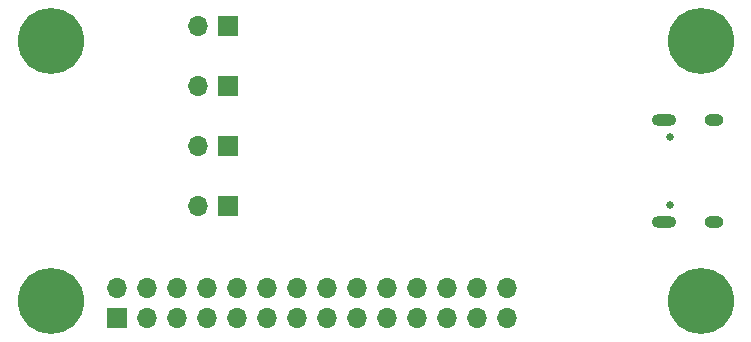
<source format=gbr>
%TF.GenerationSoftware,KiCad,Pcbnew,8.0.4-8.0.4-0~ubuntu24.04.1*%
%TF.CreationDate,2024-08-20T16:05:29-07:00*%
%TF.ProjectId,programmer,70726f67-7261-46d6-9d65-722e6b696361,1.0*%
%TF.SameCoordinates,Original*%
%TF.FileFunction,Soldermask,Bot*%
%TF.FilePolarity,Negative*%
%FSLAX46Y46*%
G04 Gerber Fmt 4.6, Leading zero omitted, Abs format (unit mm)*
G04 Created by KiCad (PCBNEW 8.0.4-8.0.4-0~ubuntu24.04.1) date 2024-08-20 16:05:29*
%MOMM*%
%LPD*%
G01*
G04 APERTURE LIST*
%ADD10C,5.600000*%
%ADD11R,1.700000X1.700000*%
%ADD12O,1.700000X1.700000*%
%ADD13C,0.650000*%
%ADD14O,2.100000X1.000000*%
%ADD15O,1.600000X1.000000*%
G04 APERTURE END LIST*
D10*
%TO.C,H4*%
X44000000Y-24000000D03*
%TD*%
%TO.C,H3*%
X99000000Y-24000000D03*
%TD*%
%TO.C,H2*%
X99000000Y-46000000D03*
%TD*%
%TO.C,H1*%
X44000000Y-46000000D03*
%TD*%
D11*
%TO.C,JP4*%
X59020000Y-27840000D03*
D12*
X56480000Y-27840000D03*
%TD*%
%TO.C,J_EXT2*%
X82620000Y-44900000D03*
X82620000Y-47440000D03*
X80080000Y-44900000D03*
X80080000Y-47440000D03*
X77540000Y-44900000D03*
X77540000Y-47440000D03*
X75000000Y-44900000D03*
X75000000Y-47440000D03*
X72460000Y-44900000D03*
X72460000Y-47440000D03*
X69920000Y-44900000D03*
X69920000Y-47440000D03*
X67380000Y-44900000D03*
X67380000Y-47440000D03*
X64840000Y-44900000D03*
X64840000Y-47440000D03*
X62300000Y-44900000D03*
X62300000Y-47440000D03*
X59760000Y-44900000D03*
X59760000Y-47440000D03*
X57220000Y-44900000D03*
X57220000Y-47440000D03*
X54680000Y-44900000D03*
X54680000Y-47440000D03*
X52140000Y-44900000D03*
X52140000Y-47440000D03*
X49600000Y-44900000D03*
D11*
X49600000Y-47440000D03*
%TD*%
%TO.C,JP2*%
X59020000Y-22760000D03*
D12*
X56480000Y-22760000D03*
%TD*%
D11*
%TO.C,JP1*%
X59020000Y-32920000D03*
D12*
X56480000Y-32920000D03*
%TD*%
D11*
%TO.C,JP3*%
X59020000Y-38000000D03*
D12*
X56480000Y-38000000D03*
%TD*%
D13*
%TO.C,J1*%
X96450000Y-37890000D03*
X96450000Y-32110000D03*
D14*
X95920000Y-39320000D03*
D15*
X100100000Y-39320000D03*
D14*
X95920000Y-30680000D03*
D15*
X100100000Y-30680000D03*
%TD*%
M02*

</source>
